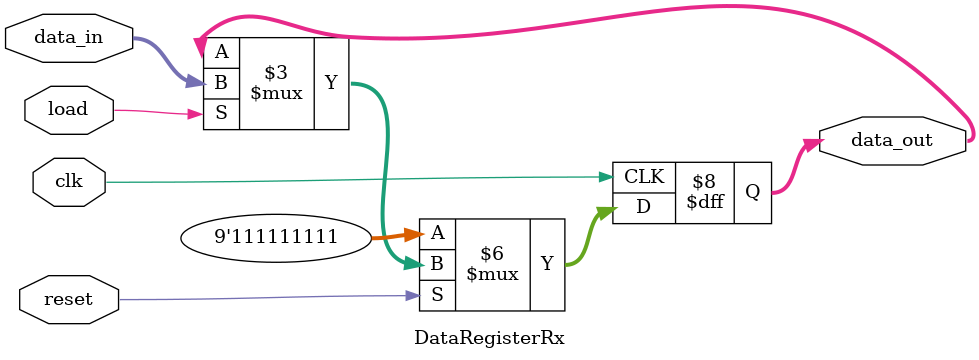
<source format=v>
/* Receiver */
/* Data Register Module */

/* This module stores the received data
which comprises 9 bits that are necessary
to be handled: 1 stop bits + 1 parity bits
+ 7 data bits the 7 segment decoder and 
the error detector take the data stored in
this module to do some further operation */

module DataRegisterRx
(
	clk,
	reset,
	load,
	data_in,
	data_out
);

input					clk;
input 				reset;
input					load;
input  	[8:0] 	data_in;

output 	[8:0]		data_out;

reg	 	[8:0] 	data_out;


always @(posedge clk)
begin
	if(!reset)
		data_out <= 9'b11_1111111;
		
	else if(load)
		// when load signal is received from the controller, the module load the data from the shift register to 
		data_out <= data_in;
end
endmodule
</source>
